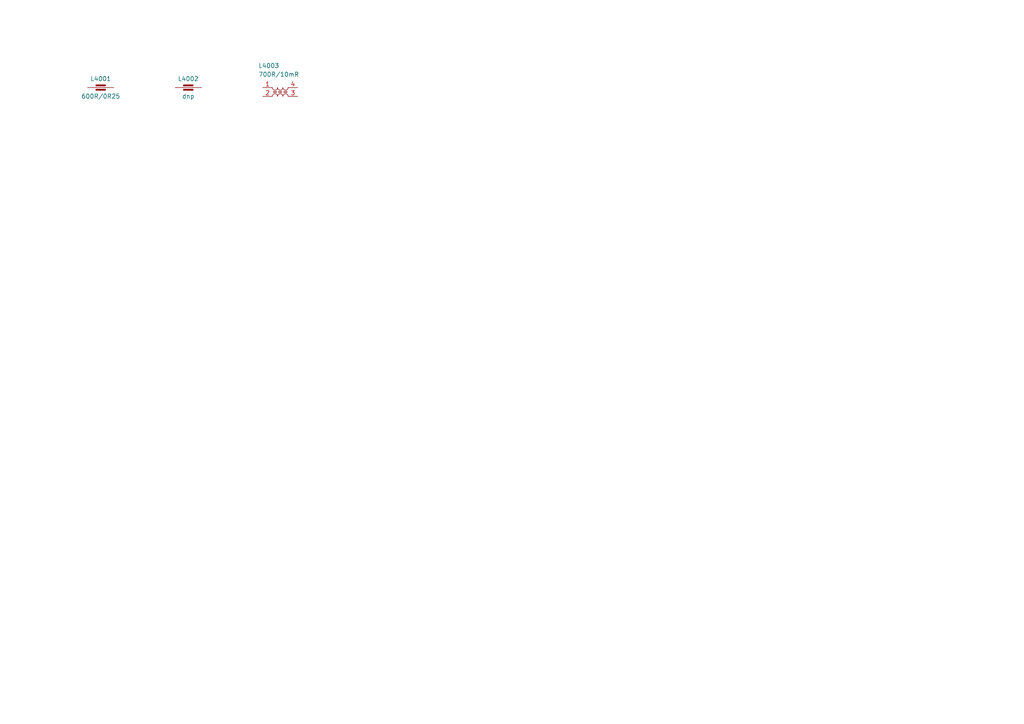
<source format=kicad_sch>
(kicad_sch
	(version 20231120)
	(generator "eeschema")
	(generator_version "8.0")
	(uuid "336c5391-3585-466b-b9c1-d485831a9365")
	(paper "A4")
	(title_block
		(title "Lily KiCad Library test")
		(date "2024-07-03")
		(rev "1")
		(company "LilyTronics")
	)
	(lib_symbols
		(symbol "lily_symbols:ind_bead_600R@100MHz_1A5_0R25_0805"
			(pin_numbers hide)
			(pin_names
				(offset 0) hide)
			(exclude_from_sim no)
			(in_bom yes)
			(on_board yes)
			(property "Reference" "L"
				(at 3.81 2.54 0)
				(effects
					(font
						(size 1.27 1.27)
					)
				)
			)
			(property "Value" "600R/0R25"
				(at 3.81 -2.54 0)
				(effects
					(font
						(size 1.27 1.27)
					)
				)
			)
			(property "Footprint" "lily_footprints:ind_0805"
				(at 3.81 -10.16 0)
				(effects
					(font
						(size 1.27 1.27)
					)
					(hide yes)
				)
			)
			(property "Datasheet" ""
				(at 0 0 0)
				(effects
					(font
						(size 1.27 1.27)
					)
					(hide yes)
				)
			)
			(property "Description" ""
				(at 0 0 0)
				(effects
					(font
						(size 1.27 1.27)
					)
					(hide yes)
				)
			)
			(property "Revision" "1"
				(at 3.81 -5.08 0)
				(effects
					(font
						(size 1.27 1.27)
					)
					(hide yes)
				)
			)
			(property "Status" "Active"
				(at 3.81 -7.62 0)
				(effects
					(font
						(size 1.27 1.27)
					)
					(hide yes)
				)
			)
			(property "Manufacturer" "Guangdong Fenghua Advanced Tech"
				(at 3.81 -12.7 0)
				(effects
					(font
						(size 1.27 1.27)
					)
					(hide yes)
				)
			)
			(property "Manufacturer_ID" "CBW201209U601T"
				(at 3.81 -15.24 0)
				(effects
					(font
						(size 1.27 1.27)
					)
					(hide yes)
				)
			)
			(property "Lily_ID" "1916-xxxxx"
				(at 3.81 -17.78 0)
				(effects
					(font
						(size 1.27 1.27)
					)
					(hide yes)
				)
			)
			(property "JLCPCB_ID" "C21286"
				(at 3.81 -20.32 0)
				(effects
					(font
						(size 1.27 1.27)
					)
					(hide yes)
				)
			)
			(property "JLCPCB_STATUS" "Extended"
				(at 3.81 -22.86 0)
				(effects
					(font
						(size 1.27 1.27)
					)
					(hide yes)
				)
			)
			(symbol "ind_bead_600R@100MHz_1A5_0R25_0805_0_1"
				(polyline
					(pts
						(xy 2.54 -0.635) (xy 5.08 -0.635)
					)
					(stroke
						(width 0.508)
						(type default)
					)
					(fill
						(type none)
					)
				)
				(polyline
					(pts
						(xy 2.54 0) (xy 5.08 0)
					)
					(stroke
						(width 0)
						(type default)
					)
					(fill
						(type none)
					)
				)
				(polyline
					(pts
						(xy 2.54 0.635) (xy 5.08 0.635)
					)
					(stroke
						(width 0.508)
						(type default)
					)
					(fill
						(type none)
					)
				)
			)
			(symbol "ind_bead_600R@100MHz_1A5_0R25_0805_1_1"
				(pin passive line
					(at 0 0 0)
					(length 2.54)
					(name "~"
						(effects
							(font
								(size 1.27 1.27)
							)
						)
					)
					(number "1"
						(effects
							(font
								(size 1.27 1.27)
							)
						)
					)
				)
				(pin passive line
					(at 7.62 0 180)
					(length 2.54)
					(name "~"
						(effects
							(font
								(size 1.27 1.27)
							)
						)
					)
					(number "2"
						(effects
							(font
								(size 1.27 1.27)
							)
						)
					)
				)
			)
		)
		(symbol "lily_symbols:ind_bead_do_not_populate_0805"
			(pin_numbers hide)
			(pin_names
				(offset 0) hide)
			(exclude_from_sim no)
			(in_bom yes)
			(on_board yes)
			(property "Reference" "L"
				(at 3.81 2.54 0)
				(effects
					(font
						(size 1.27 1.27)
					)
				)
			)
			(property "Value" "dnp"
				(at 3.81 -2.54 0)
				(effects
					(font
						(size 1.27 1.27)
					)
				)
			)
			(property "Footprint" "lily_footprints:ind_0805_dnp"
				(at 3.81 -7.62 0)
				(effects
					(font
						(size 1.27 1.27)
					)
					(hide yes)
				)
			)
			(property "Datasheet" ""
				(at 0 0 0)
				(effects
					(font
						(size 1.27 1.27)
					)
					(hide yes)
				)
			)
			(property "Description" ""
				(at 0 0 0)
				(effects
					(font
						(size 1.27 1.27)
					)
					(hide yes)
				)
			)
			(property "Revision" "1"
				(at 3.81 -5.08 0)
				(effects
					(font
						(size 1.27 1.27)
					)
					(hide yes)
				)
			)
			(symbol "ind_bead_do_not_populate_0805_0_1"
				(polyline
					(pts
						(xy 2.54 -0.635) (xy 5.08 -0.635)
					)
					(stroke
						(width 0.508)
						(type default)
					)
					(fill
						(type none)
					)
				)
				(polyline
					(pts
						(xy 2.54 0) (xy 5.08 0)
					)
					(stroke
						(width 0)
						(type default)
					)
					(fill
						(type none)
					)
				)
				(polyline
					(pts
						(xy 2.54 0.635) (xy 5.08 0.635)
					)
					(stroke
						(width 0.508)
						(type default)
					)
					(fill
						(type none)
					)
				)
			)
			(symbol "ind_bead_do_not_populate_0805_1_1"
				(pin passive line
					(at 0 0 0)
					(length 2.54)
					(name "~"
						(effects
							(font
								(size 1.27 1.27)
							)
						)
					)
					(number "1"
						(effects
							(font
								(size 1.27 1.27)
							)
						)
					)
				)
				(pin passive line
					(at 7.62 0 180)
					(length 2.54)
					(name "~"
						(effects
							(font
								(size 1.27 1.27)
							)
						)
					)
					(number "2"
						(effects
							(font
								(size 1.27 1.27)
							)
						)
					)
				)
			)
		)
		(symbol "lily_symbols:ind_common_mode_700R@100MHz_5A_10mR_9x7mm"
			(exclude_from_sim no)
			(in_bom yes)
			(on_board yes)
			(property "Reference" "L"
				(at -1.27 6.35 0)
				(effects
					(font
						(size 1.27 1.27)
					)
					(justify left)
				)
			)
			(property "Value" "700R/10mR"
				(at -1.27 3.81 0)
				(effects
					(font
						(size 1.27 1.27)
					)
					(justify left)
				)
			)
			(property "Footprint" "lily_footprints:ind_common_mode_9x7mm"
				(at 5.08 -10.16 0)
				(effects
					(font
						(size 1.27 1.27)
					)
					(hide yes)
				)
			)
			(property "Datasheet" ""
				(at 0 0 0)
				(effects
					(font
						(size 1.27 1.27)
					)
					(hide yes)
				)
			)
			(property "Description" ""
				(at 0 0 0)
				(effects
					(font
						(size 1.27 1.27)
					)
					(hide yes)
				)
			)
			(property "Revision" "1"
				(at 5.08 -5.08 0)
				(effects
					(font
						(size 1.27 1.27)
					)
					(hide yes)
				)
			)
			(property "Status" "Active"
				(at 5.08 -7.62 0)
				(effects
					(font
						(size 1.27 1.27)
					)
					(hide yes)
				)
			)
			(property "Manufacturer" "TDK"
				(at 5.08 -12.7 0)
				(effects
					(font
						(size 1.27 1.27)
					)
					(hide yes)
				)
			)
			(property "Manufacturer_ID" "ACM90V-701-2PL-TL00"
				(at 5.08 -15.24 0)
				(effects
					(font
						(size 1.27 1.27)
					)
					(hide yes)
				)
			)
			(property "Lily_ID" "1916-10003"
				(at 5.08 -17.78 0)
				(effects
					(font
						(size 1.27 1.27)
					)
					(hide yes)
				)
			)
			(property "JLCPCB_ID" "C87510"
				(at 5.08 -20.32 0)
				(effects
					(font
						(size 1.27 1.27)
					)
					(hide yes)
				)
			)
			(property "JLCPCB_STATUS" "Extended"
				(at 5.08 -22.86 0)
				(effects
					(font
						(size 1.27 1.27)
					)
					(hide yes)
				)
			)
			(symbol "ind_common_mode_700R@100MHz_5A_10mR_9x7mm_0_1"
				(polyline
					(pts
						(xy 3.048 -1.397) (xy 4.064 -1.397)
					)
					(stroke
						(width 0)
						(type default)
					)
					(fill
						(type none)
					)
				)
				(polyline
					(pts
						(xy 3.048 -1.143) (xy 4.064 -1.143)
					)
					(stroke
						(width 0)
						(type default)
					)
					(fill
						(type none)
					)
				)
				(polyline
					(pts
						(xy 4.572 -1.143) (xy 5.588 -1.143)
					)
					(stroke
						(width 0)
						(type default)
					)
					(fill
						(type none)
					)
				)
				(polyline
					(pts
						(xy 5.588 -1.397) (xy 4.572 -1.397)
					)
					(stroke
						(width 0)
						(type default)
					)
					(fill
						(type none)
					)
				)
				(polyline
					(pts
						(xy 7.112 -1.397) (xy 6.096 -1.397)
					)
					(stroke
						(width 0)
						(type default)
					)
					(fill
						(type none)
					)
				)
				(polyline
					(pts
						(xy 7.112 -1.143) (xy 6.096 -1.143)
					)
					(stroke
						(width 0)
						(type default)
					)
					(fill
						(type none)
					)
				)
				(arc
					(start 2.7932 -0.0008)
					(mid 3.0166 -0.5394)
					(end 3.5552 -0.7628)
					(stroke
						(width 0)
						(type default)
					)
					(fill
						(type none)
					)
				)
				(arc
					(start 3.556 -1.778)
					(mid 3.0172 -2.0012)
					(end 2.794 -2.54)
					(stroke
						(width 0)
						(type default)
					)
					(fill
						(type none)
					)
				)
				(arc
					(start 3.5567 -0.7627)
					(mid 4.0953 -0.5393)
					(end 4.3187 -0.0007)
					(stroke
						(width 0)
						(type default)
					)
					(fill
						(type none)
					)
				)
				(arc
					(start 4.318 -2.54)
					(mid 4.0948 -2.0012)
					(end 3.556 -1.778)
					(stroke
						(width 0)
						(type default)
					)
					(fill
						(type none)
					)
				)
				(arc
					(start 4.318 0)
					(mid 4.5412 -0.5388)
					(end 5.08 -0.762)
					(stroke
						(width 0)
						(type default)
					)
					(fill
						(type none)
					)
				)
				(arc
					(start 5.08 -1.778)
					(mid 4.5412 -2.0012)
					(end 4.318 -2.54)
					(stroke
						(width 0)
						(type default)
					)
					(fill
						(type none)
					)
				)
				(arc
					(start 5.08 -0.762)
					(mid 5.6188 -0.5388)
					(end 5.842 0)
					(stroke
						(width 0)
						(type default)
					)
					(fill
						(type none)
					)
				)
				(arc
					(start 5.842 -2.54)
					(mid 5.6188 -2.0012)
					(end 5.08 -1.778)
					(stroke
						(width 0)
						(type default)
					)
					(fill
						(type none)
					)
				)
				(arc
					(start 5.842 0)
					(mid 6.0652 -0.5388)
					(end 6.604 -0.762)
					(stroke
						(width 0)
						(type default)
					)
					(fill
						(type none)
					)
				)
				(arc
					(start 6.6033 -1.7773)
					(mid 6.0647 -2.0007)
					(end 5.8413 -2.5393)
					(stroke
						(width 0)
						(type default)
					)
					(fill
						(type none)
					)
				)
				(arc
					(start 6.604 -0.762)
					(mid 7.1428 -0.5388)
					(end 7.366 0)
					(stroke
						(width 0)
						(type default)
					)
					(fill
						(type none)
					)
				)
				(arc
					(start 7.3668 -2.5392)
					(mid 7.1434 -2.0006)
					(end 6.6048 -1.7772)
					(stroke
						(width 0)
						(type default)
					)
					(fill
						(type none)
					)
				)
			)
			(symbol "ind_common_mode_700R@100MHz_5A_10mR_9x7mm_1_1"
				(pin passive line
					(at 0 0 0)
					(length 2.794)
					(name "~"
						(effects
							(font
								(size 1.27 1.27)
							)
						)
					)
					(number "1"
						(effects
							(font
								(size 1.27 1.27)
							)
						)
					)
				)
				(pin passive line
					(at 0 -2.54 0)
					(length 2.794)
					(name "~"
						(effects
							(font
								(size 1.27 1.27)
							)
						)
					)
					(number "2"
						(effects
							(font
								(size 1.27 1.27)
							)
						)
					)
				)
				(pin passive line
					(at 10.16 -2.54 180)
					(length 2.794)
					(name "~"
						(effects
							(font
								(size 1.27 1.27)
							)
						)
					)
					(number "3"
						(effects
							(font
								(size 1.27 1.27)
							)
						)
					)
				)
				(pin passive line
					(at 10.16 0 180)
					(length 2.794)
					(name "~"
						(effects
							(font
								(size 1.27 1.27)
							)
						)
					)
					(number "4"
						(effects
							(font
								(size 1.27 1.27)
							)
						)
					)
				)
			)
		)
	)
	(symbol
		(lib_id "lily_symbols:ind_common_mode_700R@100MHz_5A_10mR_9x7mm")
		(at 76.2 25.4 0)
		(unit 1)
		(exclude_from_sim no)
		(in_bom yes)
		(on_board yes)
		(dnp no)
		(uuid "365f9bd0-0c59-4880-bde2-c89d350ecdc2")
		(property "Reference" "L4003"
			(at 74.93 19.05 0)
			(effects
				(font
					(size 1.27 1.27)
				)
				(justify left)
			)
		)
		(property "Value" "700R/10mR"
			(at 74.93 21.59 0)
			(effects
				(font
					(size 1.27 1.27)
				)
				(justify left)
			)
		)
		(property "Footprint" "lily_footprints:ind_common_mode_9x7mm"
			(at 81.28 35.56 0)
			(effects
				(font
					(size 1.27 1.27)
				)
				(hide yes)
			)
		)
		(property "Datasheet" ""
			(at 76.2 25.4 0)
			(effects
				(font
					(size 1.27 1.27)
				)
				(hide yes)
			)
		)
		(property "Description" ""
			(at 76.2 25.4 0)
			(effects
				(font
					(size 1.27 1.27)
				)
				(hide yes)
			)
		)
		(property "Revision" "1"
			(at 81.28 30.48 0)
			(effects
				(font
					(size 1.27 1.27)
				)
				(hide yes)
			)
		)
		(property "Status" "Active"
			(at 81.28 33.02 0)
			(effects
				(font
					(size 1.27 1.27)
				)
				(hide yes)
			)
		)
		(property "Manufacturer" "TDK"
			(at 81.28 38.1 0)
			(effects
				(font
					(size 1.27 1.27)
				)
				(hide yes)
			)
		)
		(property "Manufacturer_ID" "ACM90V-701-2PL-TL00"
			(at 81.28 40.64 0)
			(effects
				(font
					(size 1.27 1.27)
				)
				(hide yes)
			)
		)
		(property "Lily_ID" "1916-10003"
			(at 81.28 43.18 0)
			(effects
				(font
					(size 1.27 1.27)
				)
				(hide yes)
			)
		)
		(property "JLCPCB_ID" "C87510"
			(at 81.28 45.72 0)
			(effects
				(font
					(size 1.27 1.27)
				)
				(hide yes)
			)
		)
		(property "JLCPCB_STATUS" "Extended"
			(at 81.28 48.26 0)
			(effects
				(font
					(size 1.27 1.27)
				)
				(hide yes)
			)
		)
		(pin "2"
			(uuid "88de1862-dea0-4f01-9cb0-3980176b2871")
		)
		(pin "4"
			(uuid "5c0a9a53-d1b0-4abb-b305-dc5239c7efde")
		)
		(pin "3"
			(uuid "d7d44bd2-00c2-4abd-96b1-1c114e5ef202")
		)
		(pin "1"
			(uuid "dd24eba9-e491-455c-aeab-526a7dd9894b")
		)
		(instances
			(project "kicad_lib_test"
				(path "/032b8f2d-5c08-4381-9e3a-c197ca84e3c5/ac804940-04be-4885-b738-67220611f5f6"
					(reference "L4003")
					(unit 1)
				)
			)
		)
	)
	(symbol
		(lib_id "lily_symbols:ind_bead_do_not_populate_0805")
		(at 50.8 25.4 0)
		(unit 1)
		(exclude_from_sim no)
		(in_bom yes)
		(on_board yes)
		(dnp no)
		(uuid "bb53850e-02e3-4c9f-bcb7-18e19c7ccec0")
		(property "Reference" "L4002"
			(at 54.61 22.86 0)
			(effects
				(font
					(size 1.27 1.27)
				)
			)
		)
		(property "Value" "dnp"
			(at 54.61 27.94 0)
			(effects
				(font
					(size 1.27 1.27)
				)
			)
		)
		(property "Footprint" "lily_footprints:ind_0805_dnp"
			(at 54.61 35.56 0)
			(effects
				(font
					(size 1.27 1.27)
				)
				(hide yes)
			)
		)
		(property "Datasheet" ""
			(at 50.8 25.4 0)
			(effects
				(font
					(size 1.27 1.27)
				)
				(hide yes)
			)
		)
		(property "Description" ""
			(at 50.8 25.4 0)
			(effects
				(font
					(size 1.27 1.27)
				)
				(hide yes)
			)
		)
		(property "Revision" "1"
			(at 54.61 30.48 0)
			(effects
				(font
					(size 1.27 1.27)
				)
				(hide yes)
			)
		)
		(pin "2"
			(uuid "5ff810a9-cdf2-4b8a-9990-2a89f29264aa")
		)
		(pin "1"
			(uuid "69e3c303-9816-4c6e-a24d-6d980c31e614")
		)
		(instances
			(project "kicad_lib_test"
				(path "/032b8f2d-5c08-4381-9e3a-c197ca84e3c5/ac804940-04be-4885-b738-67220611f5f6"
					(reference "L4002")
					(unit 1)
				)
			)
		)
	)
	(symbol
		(lib_id "lily_symbols:ind_bead_600R@100MHz_1A5_0R25_0805")
		(at 25.4 25.4 0)
		(unit 1)
		(exclude_from_sim no)
		(in_bom yes)
		(on_board yes)
		(dnp no)
		(uuid "e8dfc40c-39c3-4aa3-a0de-068fc142f5e0")
		(property "Reference" "L4001"
			(at 29.21 22.86 0)
			(effects
				(font
					(size 1.27 1.27)
				)
			)
		)
		(property "Value" "600R/0R25"
			(at 29.21 27.94 0)
			(effects
				(font
					(size 1.27 1.27)
				)
			)
		)
		(property "Footprint" "lily_footprints:ind_0805"
			(at 29.21 35.56 0)
			(effects
				(font
					(size 1.27 1.27)
				)
				(hide yes)
			)
		)
		(property "Datasheet" ""
			(at 25.4 25.4 0)
			(effects
				(font
					(size 1.27 1.27)
				)
				(hide yes)
			)
		)
		(property "Description" ""
			(at 25.4 25.4 0)
			(effects
				(font
					(size 1.27 1.27)
				)
				(hide yes)
			)
		)
		(property "Revision" "1"
			(at 29.21 30.48 0)
			(effects
				(font
					(size 1.27 1.27)
				)
				(hide yes)
			)
		)
		(property "Status" "Active"
			(at 29.21 33.02 0)
			(effects
				(font
					(size 1.27 1.27)
				)
				(hide yes)
			)
		)
		(property "Manufacturer" "Guangdong Fenghua Advanced Tech"
			(at 29.21 38.1 0)
			(effects
				(font
					(size 1.27 1.27)
				)
				(hide yes)
			)
		)
		(property "Manufacturer_ID" "CBW201209U601T"
			(at 29.21 40.64 0)
			(effects
				(font
					(size 1.27 1.27)
				)
				(hide yes)
			)
		)
		(property "Lily_ID" "1916-xxxxx"
			(at 29.21 43.18 0)
			(effects
				(font
					(size 1.27 1.27)
				)
				(hide yes)
			)
		)
		(property "JLCPCB_ID" "C21286"
			(at 29.21 45.72 0)
			(effects
				(font
					(size 1.27 1.27)
				)
				(hide yes)
			)
		)
		(property "JLCPCB_STATUS" "Extended"
			(at 29.21 48.26 0)
			(effects
				(font
					(size 1.27 1.27)
				)
				(hide yes)
			)
		)
		(pin "2"
			(uuid "48c25552-5883-4f42-bc20-6ebfc98aeb5b")
		)
		(pin "1"
			(uuid "8243c625-72ba-4617-bd75-85f600e4806d")
		)
		(instances
			(project "kicad_lib_test"
				(path "/032b8f2d-5c08-4381-9e3a-c197ca84e3c5/ac804940-04be-4885-b738-67220611f5f6"
					(reference "L4001")
					(unit 1)
				)
			)
		)
	)
)
</source>
